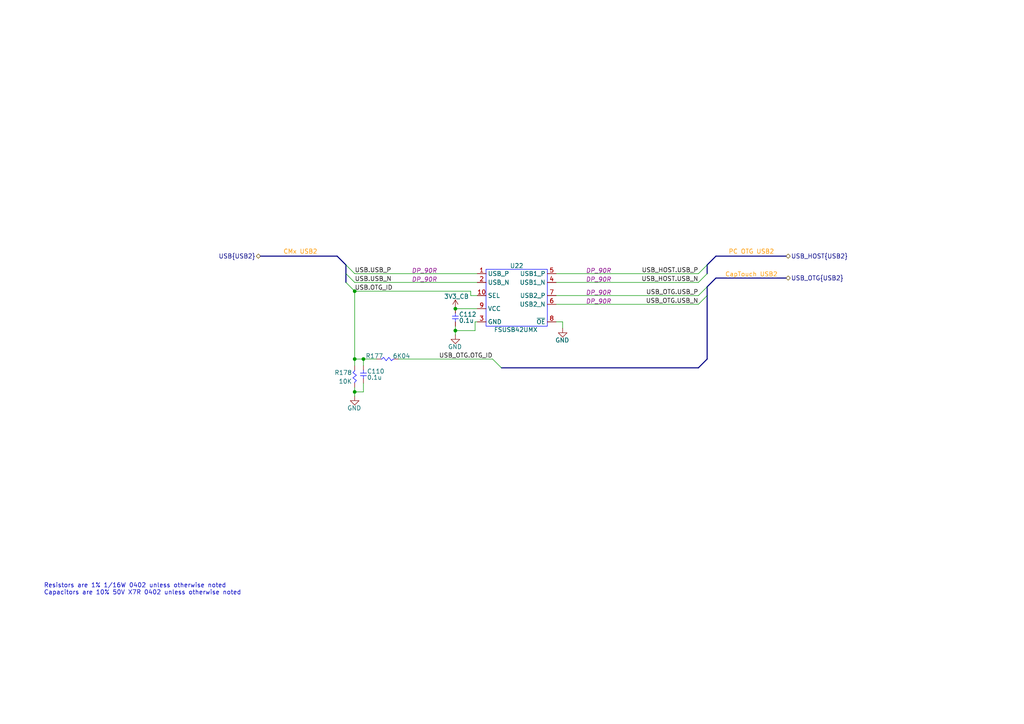
<source format=kicad_sch>
(kicad_sch (version 20250114) (generator "eeschema") (generator_version "9.0")
  (paper "A4")
  (title_block (title "RPI CMx Carrier") (date "2026-01-22") (rev "2.00-0A") (comment 1 "Jean-Francois Bilodeau") (comment 2 "P.Eng #6022173") (comment 3 "203-1690 Rue des quatre-saisons") (comment 4 "Sherbrooke, Canada, J1E0N2") (comment 5 "KiCad Rev 9.0") (comment 6 "Jean-Francois Bilodeau") (comment 7 "Not applicable") (comment 8 "Preliminary") (comment 9 "RPI_CMx_Carrier_2.00-0A_BOM"))
  (lib_symbols
    (symbol "KiCad_Pwr_Symbols:+3V3" (power) (pin_numbers (hide yes)) (pin_names (offset 0) (hide yes))
      (property "Value" "+3V3" (at 0 3.556 0))
      (symbol "+3V3_0_1"
        (polyline (pts (xy -0.762 1.27) (xy 0 2.54)))
        (polyline (pts (xy 0 2.54) (xy 0.762 1.27)))
        (polyline (pts (xy 0 0) (xy 0 2.54)))
      )
      (symbol "+3V3_1_1"
        (pin power_in line (at 0 0 90) (length 0) (name "~") (number "1"))
      )
    )
    (symbol "KiCad_Pwr_Symbols:GND" (power) (pin_numbers (hide yes)) (pin_names (offset 0) (hide yes))
      (property "Value" "GND" (at 0 -3.81 0))
      (symbol "GND_0_1"
        (polyline (pts (xy 0 0) (xy 0 -1.27) (xy 1.27 -1.27) (xy 0 -2.54) (xy -1.27 -1.27) (xy 0 -1.27)))
      )
      (symbol "GND_1_1"
        (pin power_in line (at 0 0 270) (length 0) (name "~") (number "1"))
      )
    )
    (symbol "KicadCompDb:Capacitors/CAP_CER_SMT_00001" (pin_numbers (hide yes)) (pin_names (offset 0) (hide yes))
      (property "Reference" "C" (at 2.54 1.651 0))
      (property "Value" "0.1u" (at 1.524 -1.524 0))
      (symbol "Capacitors/CAP_CER_SMT_00001_1_1"
        (polyline (pts (xy 2.159 0.889) (xy 2.159 -0.889)) (stroke (width 0) (color 0 0 255 1)))
        (polyline (pts (xy 2.159 0) (xy 1.27 0)) (stroke (width 0) (color 0 0 255 1)))
        (polyline (pts (xy 2.921 0.889) (xy 2.921 -0.889)) (stroke (width 0) (color 0 0 255 1)))
        (polyline (pts (xy 3.81 0) (xy 2.921 0)) (stroke (width 0) (color 0 0 255 1)))
        (pin passive line (at 0 0 0) (length 1.27) (name "") (number "1"))
        (pin passive line (at 5.08 0 180) (length 1.27) (name "") (number "2"))
      )
    )
    (symbol "KicadCompDb:Interface/INTRFX_00005"
      (property "Reference" "U" (at 8.89 1.27 0))
      (property "Value" "FSUSB42UMX" (at 0 0 0))
      (symbol "Interface/INTRFX_00005_1_1"
        (rectangle (start 0 0) (end 17.78 -16.51) (stroke (width 0) (color 0 0 255 1)))
        (pin bidirectional line (at -2.54 -1.27 0) (length 2.54) (name "USB_P") (number "1"))
        (pin bidirectional line (at -2.54 -3.81 0) (length 2.54) (name "USB_N") (number "2"))
        (pin input line (at -2.54 -7.62 0) (length 2.54) (name "SEL") (number "10"))
        (pin power_in line (at -2.54 -11.43 0) (length 2.54) (name "VCC") (number "9"))
        (pin power_in line (at -2.54 -15.24 0) (length 2.54) (name "GND") (number "3"))
        (pin bidirectional line (at 20.32 -1.27 180) (length 2.54) (name "USB1_P") (number "5"))
        (pin bidirectional line (at 20.32 -3.81 180) (length 2.54) (name "USB1_N") (number "4"))
        (pin bidirectional line (at 20.32 -7.62 180) (length 2.54) (name "USB2_P") (number "7"))
        (pin bidirectional line (at 20.32 -10.16 180) (length 2.54) (name "USB2_N") (number "6"))
        (pin input line (at 20.32 -15.24 180) (length 2.54) (name "~{OE}") (number "8"))
      )
    )
    (symbol "KicadCompDb:Resistors/RES_SMT_00011" (pin_numbers (hide yes)) (pin_names (offset 0) (hide yes))
      (property "Reference" "R" (at 1.524 1.524 0))
      (property "Value" "6K04" (at 1.524 -1.524 0))
      (symbol "Resistors/RES_SMT_00011_1_1"
        (polyline (pts (xy 0.254 0) (xy 0 0)) (stroke (width 0) (color 0 0 255 1)))
        (polyline (pts (xy 0.254 0) (xy 0.762 0.508) (xy 1.524 -0.508) (xy 2.286 0.508) (xy 3.048 -0.508) (xy 3.556 0)) (stroke (width 0) (color 0 0 255 1)))
        (polyline (pts (xy 3.81 0) (xy 3.556 0)) (stroke (width 0) (color 0 0 255 1)))
        (pin passive line (at -1.27 0 0) (length 1.27) (name "") (number "1"))
        (pin passive line (at 5.08 0 180) (length 1.27) (name "") (number "2"))
      )
    )
    (symbol "KicadCompDb:Resistors/RES_SMT_00013" (pin_numbers (hide yes)) (pin_names (offset 0) (hide yes))
      (property "Reference" "R" (at 1.524 1.524 0))
      (property "Value" "10K" (at 1.524 -1.524 0))
      (symbol "Resistors/RES_SMT_00013_1_1"
        (polyline (pts (xy 0.254 0) (xy 0 0)) (stroke (width 0) (color 0 0 255 1)))
        (polyline (pts (xy 0.254 0) (xy 0.762 0.508) (xy 1.524 -0.508) (xy 2.286 0.508) (xy 3.048 -0.508) (xy 3.556 0)) (stroke (width 0) (color 0 0 255 1)))
        (polyline (pts (xy 3.81 0) (xy 3.556 0)) (stroke (width 0) (color 0 0 255 1)))
        (pin passive line (at -1.27 0 0) (length 1.27) (name "") (number "1"))
        (pin passive line (at 5.08 0 180) (length 1.27) (name "") (number "2"))
      )
    )
  )
  (text "CapTouch USB2" (at 217.932 79.756 0) (effects (font (size 1.27 1.27))))
  (text "Resistors are 1% 1/16W 0402 unless otherwise noted\nCapacitors are 10% 50V X7R 0402 unless otherwise noted" (at 12.7 170.942 0) (effects (font (size 1.27 1.27)) (justify left)))
  (text "CMx USB2" (at 87.122 73.152 0) (effects (font (size 1.27 1.27))))
  (text "PC OTG USB2" (at 217.932 73.152 0) (effects (font (size 1.27 1.27))))
  (junction (at 132.08 95.885))
  (junction (at 105.41 104.14))
  (junction (at 132.08 89.535))
  (junction (at 102.87 113.665))
  (junction (at 102.87 84.455))
  (junction (at 102.87 104.14))
  (bus_entry (at 142.875 104.14) (size 2.54 2.54))
  (bus_entry (at 205.105 76.835) (size -2.54 2.54))
  (bus_entry (at 100.33 76.835) (size 2.54 2.54))
  (bus_entry (at 205.105 83.185) (size -2.54 2.54))
  (bus_entry (at 100.33 79.375) (size 2.54 2.54))
  (bus_entry (at 100.33 81.915) (size 2.54 2.54))
  (bus_entry (at 205.105 79.375) (size -2.54 2.54))
  (bus_entry (at 205.105 85.725) (size -2.54 2.54))
  (wire (pts (xy 102.87 79.375) (xy 138.43 79.375)))
  (wire (pts (xy 132.08 95.885) (xy 137.795 95.885)))
  (bus (pts (xy 75.565 74.295) (xy 97.79 74.295)))
  (wire (pts (xy 105.41 111.125) (xy 105.41 113.665)))
  (wire (pts (xy 132.08 89.535) (xy 138.43 89.535)))
  (wire (pts (xy 132.08 94.615) (xy 132.08 95.885)))
  (bus (pts (xy 205.105 85.725) (xy 205.105 104.14)))
  (bus (pts (xy 100.33 79.375) (xy 100.33 81.915)))
  (wire (pts (xy 105.41 104.14) (xy 109.22 104.14)))
  (wire (pts (xy 102.87 104.14) (xy 102.87 106.045)))
  (wire (pts (xy 102.87 84.455) (xy 102.87 104.14)))
  (wire (pts (xy 102.87 112.395) (xy 102.87 113.665)))
  (wire (pts (xy 161.29 85.725) (xy 202.565 85.725)))
  (wire (pts (xy 102.87 81.915) (xy 138.43 81.915)))
  (wire (pts (xy 102.87 84.455) (xy 136.525 84.455)))
  (wire (pts (xy 102.87 104.14) (xy 105.41 104.14)))
  (wire (pts (xy 105.41 104.14) (xy 105.41 106.045)))
  (wire (pts (xy 137.795 93.345) (xy 138.43 93.345)))
  (wire (pts (xy 136.525 85.725) (xy 138.43 85.725)))
  (wire (pts (xy 102.87 113.665) (xy 105.41 113.665)))
  (wire (pts (xy 161.29 88.265) (xy 202.565 88.265)))
  (wire (pts (xy 161.29 79.375) (xy 202.565 79.375)))
  (wire (pts (xy 115.57 104.14) (xy 142.875 104.14)))
  (wire (pts (xy 161.29 81.915) (xy 202.565 81.915)))
  (bus (pts (xy 205.105 76.835) (xy 205.105 79.375)))
  (bus (pts (xy 100.33 76.835) (xy 97.79 74.295)))
  (bus (pts (xy 205.105 83.185) (xy 205.105 85.725)))
  (bus (pts (xy 205.105 76.835) (xy 207.645 74.295)))
  (bus (pts (xy 205.105 104.14) (xy 202.565 106.68)))
  (bus (pts (xy 227.965 74.295) (xy 207.645 74.295)))
  (wire (pts (xy 132.08 95.885) (xy 132.08 97.155)))
  (wire (pts (xy 136.525 84.455) (xy 136.525 85.725)))
  (bus (pts (xy 227.965 80.645) (xy 207.645 80.645)))
  (wire (pts (xy 102.87 113.665) (xy 102.87 114.935)))
  (wire (pts (xy 163.195 93.345) (xy 163.195 95.25)))
  (bus (pts (xy 205.105 83.185) (xy 207.645 80.645)))
  (bus (pts (xy 100.33 76.835) (xy 100.33 79.375)))
  (bus (pts (xy 145.415 106.68) (xy 202.565 106.68)))
  (wire (pts (xy 161.29 93.345) (xy 163.195 93.345)))
  (wire (pts (xy 137.795 93.345) (xy 137.795 95.885)))
  (label "USB_OTG.OTG_ID" (at 142.875 104.14 180))
  (label "USB.OTG_ID" (at 102.87 84.455 0) (property "Netclass" "DP_90R" (effects (hide yes))))
  (label "USB_OTG.USB_P" (at 202.565 85.725 180) (property "Netclass" "DP_90R" (at 177.292 84.836 0) (effects (font (italic yes)) (justify right))))
  (label "USB.USB_P" (at 102.87 79.375 0) (property "Netclass" "DP_90R" (at 119.38 78.486 0) (effects (font (italic yes)) (justify left))))
  (label "USB.USB_N" (at 102.87 81.915 0) (property "Netclass" "DP_90R" (at 119.38 81.026 0) (effects (font (italic yes)) (justify left))))
  (label "USB_HOST.USB_N" (at 202.565 81.915 180) (property "Netclass" "DP_90R" (at 177.292 81.026 0) (effects (font (italic yes)) (justify right))))
  (label "USB_HOST.USB_P" (at 202.565 79.375 180) (property "Netclass" "DP_90R" (at 177.292 78.486 0) (effects (font (italic yes)) (justify right))))
  (label "USB_OTG.USB_N" (at 202.565 88.265 180) (property "Netclass" "DP_90R" (at 177.292 87.376 0) (effects (font (italic yes)) (justify right))))
  (hierarchical_label "USB_OTG{USB2}" (shape bidirectional) (at 227.965 80.645 0))
  (hierarchical_label "USB{USB2}" (shape bidirectional) (at 75.565 74.295 180))
  (hierarchical_label "USB_HOST{USB2}" (shape bidirectional) (at 227.965 74.295 0))
  (symbol (lib_id "KiCad_Pwr_Symbols:+3V3") (at 132.08 89.535 0) (unit 1)
    (property "Reference" "#PWR0214" (effects (hide yes)))
    (property "Value" "3V3_CB" (at 128.778 85.979 0) (effects (justify left)))
    (property "Description" "Power symbol creates a global label with name \"+3V3\"" (effects (hide yes)))
  )
  (symbol (lib_id "KiCad_Pwr_Symbols:GND") (at 163.195 95.25 0) (unit 1)
    (property "Reference" "#PWR0217" (effects (hide yes)))
    (property "Value" "GND" (at 163.068 98.679 0))
    (property "Description" "Power symbol creates a global label with name \"GND\" , ground" (effects (hide yes)))
  )
  (symbol (lib_id "KicadCompDb:Resistors/RES_SMT_00013") (at 102.87 111.125 270) (mirror x) (unit 1)
    (property "Reference" "R178" (at 102.108 108.077 90) (effects (justify right)))
    (property "Value" "10K" (at 102.108 110.617 90) (effects (justify right)))
    (property "Footprint" "footprint:RES_0402" (effects (hide yes)))
    (property "Datasheet" "https://www.yageogroup.com/content/datasheet/asset/file/PYU-RC_GROUP_51_ROHS_L" (effects (hide yes)))
    (property "Description" "RES 10K OHM 1% 1/16W 0402" (effects (hide yes)))
    (property "Tolerance" "1%" (effects (hide yes)))
    (property "Power" "1/16W" (effects (hide yes)))
    (property "Package" "0402" (effects (hide yes)))
    (property "Manufacturer" "YAGEO" (effects (hide yes)))
    (property "Manufacturer Part Number" "RC0402FR-0710KL" (effects (hide yes)))
    (property "Distributor" "DigiKey" (effects (hide yes)))
    (property "Distributor Part Number" "311-10.0KLRCT-ND" (effects (hide yes)))
    (property "Temperature Coefficient" "±100ppm/°C" (effects (hide yes)))
    (property "Operating Temperature" "-55°C ~ 155°C" (effects (hide yes)))
    (property "Type" "RES SMT" (effects (hide yes)))
    (property "Dimensions" "1.00mm x 0.50mm" (effects (hide yes)))
  )
  (symbol (lib_id "KicadCompDb:Capacitors/CAP_CER_SMT_00001") (at 132.08 94.615 90) (unit 1)
    (property "Reference" "C112" (at 133.096 91.186 90) (effects (justify right)))
    (property "Value" "0.1u" (at 133.096 92.964 90) (effects (justify right)))
    (property "Footprint" "footprint:CAP_NONPOL_0402" (effects (hide yes)))
    (property "Datasheet" "https://search.murata.co.jp/Ceramy/image/img/A01X/G101/ENG/GRM155R71H104KE14-01.pdf" (effects (hide yes)))
    (property "Description" "CAP CER 0.1UF 50V X7R 0402" (effects (hide yes)))
    (property "Tolerance" "±10%" (effects (hide yes)))
    (property "Dielectric" "X7R" (effects (hide yes)))
    (property "Package" "0402" (effects (hide yes)))
    (property "Operating Temperature" "-55°C ~ 125°C" (effects (hide yes)))
    (property "Voltage Rating" "50V" (effects (hide yes)))
    (property "Manufacturer" "Murata Electronics" (effects (hide yes)))
    (property "Manufacturer Part Number" "GRM155R71H104KE14D" (effects (hide yes)))
    (property "Distributor" "DigiKey" (effects (hide yes)))
    (property "Distributor Part Number" "490-10700-1-ND" (effects (hide yes)))
    (property "Type" "CER SMT" (effects (hide yes)))
    (property "Dimensions" "1.00mm x 0.50mm" (effects (hide yes)))
  )
  (symbol (lib_id "KiCad_Pwr_Symbols:GND") (at 132.08 97.155 0) (unit 1)
    (property "Reference" "#PWR0215" (effects (hide yes)))
    (property "Value" "GND" (at 131.953 100.584 0))
    (property "Description" "Power symbol creates a global label with name \"GND\" , ground" (effects (hide yes)))
  )
  (symbol (lib_id "KicadCompDb:Interface/INTRFX_00005") (at 140.97 78.105 0) (unit 1)
    (property "Reference" "U22" (at 149.86 77.089 0))
    (property "Value" "FSUSB42UMX" (at 149.606 95.631 0))
    (property "Footprint" "footprint:10-UMLP" (effects (hide yes)))
    (property "Datasheet" "https://www.onsemi.com/pdf/datasheet/fsusb42-d.pdf" (effects (hide yes)))
    (property "Description" "IC USB SWITCH DPDT 10UMLP" (effects (hide yes)))
    (property "Type" "USB SWITCH DPDT" (effects (hide yes)))
    (property "Input" "USB" (effects (hide yes)))
    (property "Output" "USB" (effects (hide yes)))
    (property "Package" "10-UMLP" (effects (hide yes)))
    (property "Supply Voltage" "2.4V ~ 4.4V" (effects (hide yes)))
    (property "Operating Temperature" "-40°C ~ 85°C" (effects (hide yes)))
    (property "Dimensions" "1.40mm x 1.80mm" (effects (hide yes)))
    (property "Manufacturer" "onsemi" (effects (hide yes)))
    (property "Manufacturer Part Number" "FSUSB42UMX" (effects (hide yes)))
    (property "Distributor" "DigiKey" (effects (hide yes)))
    (property "Distributor Part Number" "FSUSB42UMXCT-ND" (effects (hide yes)))
  )
  (symbol (lib_id "KiCad_Pwr_Symbols:GND") (at 102.87 114.935 0) (unit 1)
    (property "Reference" "#PWR0216" (effects (hide yes)))
    (property "Value" "GND" (at 102.743 118.364 0))
    (property "Description" "Power symbol creates a global label with name \"GND\" , ground" (effects (hide yes)))
  )
  (symbol (lib_id "KicadCompDb:Resistors/RES_SMT_00011") (at 110.49 104.14 0) (unit 1)
    (property "Reference" "R177" (at 108.585 103.251 0))
    (property "Value" "6K04" (at 116.459 103.251 0))
    (property "Footprint" "footprint:RES_0402" (effects (hide yes)))
    (property "Datasheet" "https://www.yageogroup.com/content/datasheet/asset/file/PYU-RC_51_ROHS_P" (effects (hide yes)))
    (property "Description" "RES 6.04K OHM 1% 1/16W 0402" (effects (hide yes)))
    (property "Tolerance" "1%" (effects (hide yes)))
    (property "Power" "1/16W" (effects (hide yes)))
    (property "Package" "0402" (effects (hide yes)))
    (property "Manufacturer" "YAGEO" (effects (hide yes)))
    (property "Manufacturer Part Number" "RC0402FR-076K04P" (effects (hide yes)))
    (property "Distributor" "DigiKey" (effects (hide yes)))
    (property "Distributor Part Number" "13-RC0402FR-076K04PCT-ND" (effects (hide yes)))
    (property "Temperature Coefficient" "±100ppm/°C" (effects (hide yes)))
    (property "Operating Temperature" "-55°C ~ 155°C" (effects (hide yes)))
    (property "Type" "RES SMT" (effects (hide yes)))
    (property "Dimensions" "1.00mm x 0.50mm" (effects (hide yes)))
  )
  (symbol (lib_id "KicadCompDb:Capacitors/CAP_CER_SMT_00001") (at 105.41 111.125 90) (unit 1)
    (property "Reference" "C110" (at 106.426 107.696 90) (effects (justify right)))
    (property "Value" "0.1u" (at 106.426 109.474 90) (effects (justify right)))
    (property "Footprint" "footprint:CAP_NONPOL_0402" (effects (hide yes)))
    (property "Datasheet" "https://search.murata.co.jp/Ceramy/image/img/A01X/G101/ENG/GRM155R71H104KE14-01.pdf" (effects (hide yes)))
    (property "Description" "CAP CER 0.1UF 50V X7R 0402" (effects (hide yes)))
    (property "Tolerance" "±10%" (effects (hide yes)))
    (property "Dielectric" "X7R" (effects (hide yes)))
    (property "Package" "0402" (effects (hide yes)))
    (property "Operating Temperature" "-55°C ~ 125°C" (effects (hide yes)))
    (property "Voltage Rating" "50V" (effects (hide yes)))
    (property "Manufacturer" "Murata Electronics" (effects (hide yes)))
    (property "Manufacturer Part Number" "GRM155R71H104KE14D" (effects (hide yes)))
    (property "Distributor" "DigiKey" (effects (hide yes)))
    (property "Distributor Part Number" "490-10700-1-ND" (effects (hide yes)))
    (property "Type" "CER SMT" (effects (hide yes)))
    (property "Dimensions" "1.00mm x 0.50mm" (effects (hide yes)))
  )
)
</source>
